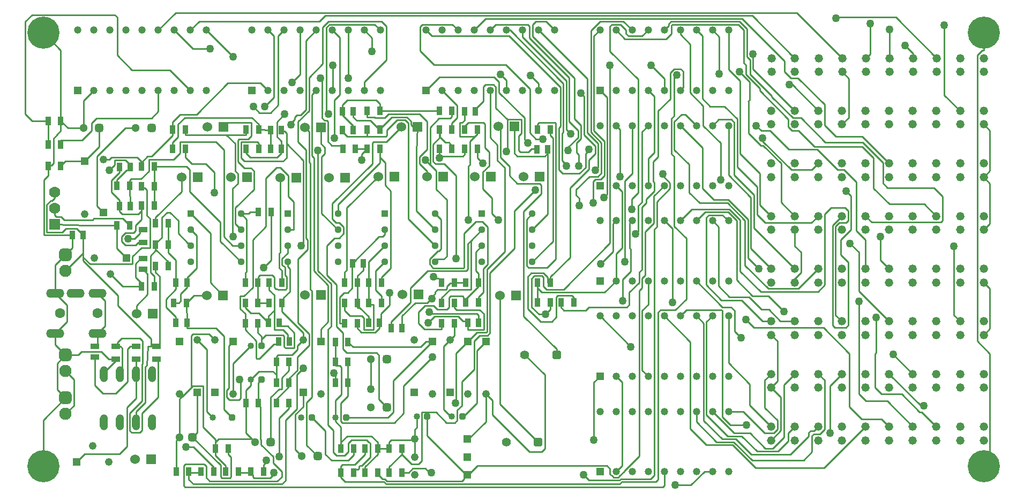
<source format=gbr>
%FSTAX23Y23*%
%MOIN*%
%SFA1B1*%

%IPPOS*%
%AMD23*
4,1,8,0.012800,0.025600,-0.012800,0.025600,-0.025600,0.012800,-0.025600,-0.012800,-0.012800,-0.025600,0.012800,-0.025600,0.025600,-0.012800,0.025600,0.012800,0.012800,0.025600,0.0*
1,1,0.025590,0.012800,0.012800*
1,1,0.025590,-0.012800,0.012800*
1,1,0.025590,-0.012800,-0.012800*
1,1,0.025590,0.012800,-0.012800*
%
%AMD25*
4,1,8,0.010000,0.020000,-0.010000,0.020000,-0.020000,0.010000,-0.020000,-0.010000,-0.010000,-0.020000,0.010000,-0.020000,0.020000,-0.010000,0.020000,0.010000,0.010000,0.020000,0.0*
1,1,0.020000,0.010000,0.010000*
1,1,0.020000,-0.010000,0.010000*
1,1,0.020000,-0.010000,-0.010000*
1,1,0.020000,0.010000,-0.010000*
%
%AMD27*
4,1,8,0.013800,0.027600,-0.013800,0.027600,-0.027600,0.013800,-0.027600,-0.013800,-0.013800,-0.027600,0.013800,-0.027600,0.027600,-0.013800,0.027600,0.013800,0.013800,0.027600,0.0*
1,1,0.027560,0.013800,0.013800*
1,1,0.027560,-0.013800,0.013800*
1,1,0.027560,-0.013800,-0.013800*
1,1,0.027560,0.013800,-0.013800*
%
%AMD34*
4,1,8,0.038400,-0.019200,0.038400,0.019200,0.019200,0.038400,-0.019200,0.038400,-0.038400,0.019200,-0.038400,-0.019200,-0.019200,-0.038400,0.019200,-0.038400,0.038400,-0.019200,0.0*
1,1,0.038386,0.019200,-0.019200*
1,1,0.038386,0.019200,0.019200*
1,1,0.038386,-0.019200,0.019200*
1,1,0.038386,-0.019200,-0.019200*
%
%ADD10R,0.037402X0.057087*%
%ADD11R,0.032677X0.054724*%
%ADD12R,0.054724X0.032677*%
%ADD13R,0.057087X0.037402*%
%ADD14C,0.010000*%
%ADD15C,0.052000*%
%ADD16C,0.200000*%
%ADD17C,0.048740*%
%ADD18R,0.048740X0.048740*%
%ADD19R,0.048740X0.048740*%
%ADD20R,0.060236X0.060236*%
%ADD21C,0.060236*%
%ADD22C,0.051181*%
G04~CAMADD=23~8~0.0~0.0~511.8~511.8~128.0~0.0~15~0.0~0.0~0.0~0.0~0~0.0~0.0~0.0~0.0~0~0.0~0.0~0.0~0.0~511.8~511.8*
%ADD23D23*%
%ADD24C,0.040000*%
G04~CAMADD=25~8~0.0~0.0~400.0~400.0~100.0~0.0~15~0.0~0.0~0.0~0.0~0~0.0~0.0~0.0~0.0~0~0.0~0.0~0.0~0.0~400.0~400.0*
%ADD25D25*%
%ADD26C,0.055118*%
G04~CAMADD=27~8~0.0~0.0~551.2~551.2~137.8~0.0~15~0.0~0.0~0.0~0.0~0~0.0~0.0~0.0~0.0~0~0.0~0.0~0.0~0.0~551.2~551.2*
%ADD27D27*%
%ADD28R,0.044488X0.044488*%
%ADD29C,0.044488*%
%ADD30C,0.046457*%
%ADD31R,0.046457X0.046457*%
%ADD32R,0.070000X0.070000*%
%ADD33C,0.070000*%
G04~CAMADD=34~8~0.0~0.0~767.7~767.7~191.9~0.0~15~0.0~0.0~0.0~0.0~0~0.0~0.0~0.0~0.0~0~0.0~0.0~0.0~270.0~768.0~768.0*
%ADD34D34*%
%ADD35C,0.076772*%
%ADD36R,0.048110X0.048110*%
%ADD37C,0.048110*%
%ADD38O,0.050000X0.100000*%
%ADD39O,0.112000X0.056000*%
%ADD40C,0.062992*%
%ADD41C,0.050000*%
%LNmb_spectrumanalyzer_copper_signal_top-1*%
%LPD*%
G54D10*
X03225Y01294D03*
X03304D03*
X01485Y01042D03*
X01406D03*
X02079Y00261D03*
X02D03*
X023D03*
X02379D03*
X01221D03*
X013D03*
X023Y00113D03*
X02379D03*
X02229Y00111D03*
X0215D03*
X02D03*
X02079D03*
X02045Y00926D03*
X01966D03*
X02104Y01169D03*
X02025D03*
X02104Y01042D03*
X02025D03*
X02104Y01294D03*
X02025D03*
X02253D03*
X02174D03*
Y01169D03*
X02253D03*
X0144Y00119D03*
X01519D03*
X01488Y00545D03*
X01409D03*
X01599D03*
X01678D03*
X01599Y00673D03*
X01678D03*
Y00801D03*
X01599D03*
X01553Y01169D03*
X01632D03*
X01406Y01294D03*
X01485D03*
X0076Y01272D03*
X00839D03*
X01566Y01735D03*
X01487D03*
X02012Y02129D03*
X02091D03*
X01411D03*
X0149D03*
X01411Y02248D03*
X0149D03*
X00953D03*
X01032D03*
X00953Y02129D03*
X01032D03*
X02612D03*
X02691D03*
X03223Y02248D03*
X03302D03*
X02691D03*
X02612D03*
X02242Y02129D03*
X02163D03*
Y02248D03*
X02242D03*
X02163Y02364D03*
X02242D03*
X02612D03*
X02691D03*
X0285Y02129D03*
X02771D03*
X0285Y02248D03*
X02771D03*
X00686Y01651D03*
X00607D03*
X00839Y01774D03*
X0076D03*
X00839Y01896D03*
X0076D03*
X00847Y01664D03*
X00926D03*
X00961Y01169D03*
X0104D03*
X0345Y0117D03*
X03371D03*
X03304D03*
X03225D03*
X02229Y00261D03*
X0215D03*
X01285Y00119D03*
X01364D03*
X01406Y01169D03*
X01485D03*
X0076Y02019D03*
X00839D03*
X00687Y01897D03*
X00608D03*
X01131Y00119D03*
X0121D03*
X00976D03*
X01055D03*
X00927Y01531D03*
X00848D03*
Y01397D03*
X00927D03*
X00179Y02155D03*
X00258D03*
Y0202D03*
X00179D03*
X00258Y02303D03*
X00179D03*
X02856Y01294D03*
X02777D03*
X02706Y01042D03*
X02627D03*
X02777Y0117D03*
X02856D03*
X02627Y01168D03*
X02706D03*
X02627Y01294D03*
X02706D03*
X01632D03*
X01553D03*
X02045Y00801D03*
X01966D03*
Y00673D03*
X02045D03*
G54D11*
X02313Y01013D03*
X0238D03*
X02073Y01416D03*
X0214D03*
X02239Y01044D03*
X02172D03*
X01613Y00928D03*
X0168D03*
X01618Y01044D03*
X01551D03*
X01631Y02128D03*
X01564D03*
X0201Y02362D03*
X02077D03*
Y02246D03*
X0201D03*
X01631D03*
X01564D03*
X02836Y02362D03*
X02769D03*
X03221Y02124D03*
X03288D03*
X0033Y0159D03*
X00397D03*
X00975Y01296D03*
X01042D03*
X0279Y01044D03*
X02858D03*
X00622Y02016D03*
X00689D03*
X00624Y01771D03*
X00691D03*
X01042Y01044D03*
X00975D03*
G54D12*
X00769Y01444D03*
Y01377D03*
X0047Y00899D03*
Y00832D03*
G54D13*
X0077Y01545D03*
Y01624D03*
X00727Y00818D03*
Y00897D03*
X00599Y00818D03*
Y00897D03*
X00855D03*
Y00818D03*
G54D14*
X01031Y00022D02*
X04003D01*
X01085Y0004D02*
X01633D01*
X01656Y00062*
X01055Y00069D02*
X01085Y0004D01*
X01023Y00155D02*
X01034Y00166D01*
X01023Y0003D02*
Y00155D01*
X01034Y00166D02*
X01148D01*
X01152Y00161*
X01155D02*
X01162Y00153D01*
X01162Y0008D02*
Y00151D01*
X01162Y00151D02*
X01162Y00151D01*
X01162Y00151D02*
Y00153D01*
X01152Y00161D02*
X01155D01*
X01055Y00111D02*
X01131D01*
X01184Y00058D02*
X01605D01*
X01633Y00086*
X01162Y0008D02*
X01184Y00058D01*
X01582Y00101D02*
Y00112D01*
X0144Y00111D02*
X01453Y00099D01*
X0131Y00078D02*
X01318Y00085D01*
X01453Y00084D02*
Y00099D01*
X01252Y00085D02*
X01259Y00078D01*
X0131*
X01559Y00078D02*
X01582Y00101D01*
X01459Y00078D02*
X01559D01*
X01453Y00084D02*
X01459Y00078D01*
X01318Y00085D02*
Y00209D01*
X01252Y00085D02*
Y00157D01*
X04003Y00022D02*
X04012Y0003D01*
X01023D02*
X01031Y00022D01*
X04012Y0003D02*
Y00118D01*
X03727Y00082D02*
X03734Y0009D01*
X03689D02*
X03696Y00082D01*
X02768Y00077D02*
X02784Y00093D01*
X03509Y00098D02*
X03542Y00064D01*
X02288Y00059D02*
X02754D01*
X02275Y00072D02*
X02288Y00059D01*
X03735Y0004D02*
X03749Y00054D01*
X03696Y00082D02*
X03727D01*
X02282Y0004D02*
X03735D01*
X02754Y00059D02*
X02768Y00073D01*
X02268Y00054D02*
X02282Y0004D01*
X02768Y00073D02*
Y00077D01*
X03542Y00064D02*
X03734D01*
X03742Y00072*
X02424Y00113D02*
X02448Y00137D01*
X02527*
X02551Y00113*
X02379D02*
X02424D01*
X02784Y00093D02*
X02788D01*
X03667Y02975D02*
X04456D01*
X04457Y02975*
X04057Y02897D02*
X04064Y02903D01*
X0374D02*
X03775Y02868D01*
X04427Y02903D02*
X04427Y02903D01*
X03696Y02903D02*
X0374D01*
X03696Y02903D02*
X03696Y02903D01*
X03757Y02921D02*
X03812Y02867D01*
X04441Y02939D02*
X04442Y02939D01*
X04054Y02921D02*
X04434D01*
X00972Y02975D02*
X03666D01*
X03688Y02921D02*
X03689Y02921D01*
X04457Y02975D02*
X04837D01*
X03674Y02957D02*
X04449D01*
X04064Y02903D02*
X04427D01*
X04449Y02957D02*
X0445Y02957D01*
X00865Y02867D02*
X00972Y02975D01*
X03666D02*
X03667Y02975D01*
X04434Y02921D02*
X04435Y02921D01*
X03673Y02957D02*
X03674Y02957D01*
X03689Y02921D02*
X03757D01*
X04039Y02906D02*
X04054Y02921D01*
X03682Y02939D02*
X04441D01*
X04837Y02975D02*
X05119Y02693D01*
X03681Y02939D02*
X03682Y02939D01*
X01903Y02957D02*
X03673D01*
X0445D02*
X04561D01*
X04825Y02693*
X01868Y02921D02*
X01903Y02957D01*
X03277Y0292D02*
X03329Y02867D01*
X03213Y0292D02*
X03277D01*
X03612Y02921D02*
X03688D01*
X04435D02*
X04479D01*
X04526Y02874*
X04427Y02903D02*
X04472D01*
X03688D02*
X03696D01*
X03675Y0289D02*
X03688Y02903D01*
X04472D02*
X04508Y02867D01*
X04057Y02845D02*
Y02897D01*
X04497Y02939D02*
X0476Y02676D01*
X02901Y02939D02*
X03681D01*
X04442D02*
X04497D01*
X02829Y02867D02*
X02901Y02939D01*
X03193Y029D02*
X03213Y0292D01*
X03557Y02866D02*
X03612Y02921D01*
X04546Y02592D02*
Y02681D01*
X04679Y02453D02*
X04813Y0232D01*
X0452Y02593D02*
Y0265D01*
X04606Y0249D02*
X04784Y02312D01*
X04412Y02622D02*
X04484Y0255D01*
X04542Y02431D02*
Y02546D01*
X04481Y02607D02*
X04542Y02546D01*
X04412Y02622D02*
Y02867D01*
X04606Y0249D02*
Y02506D01*
X04546Y02592D02*
X04679Y02458D01*
X04484Y02099D02*
Y0255D01*
X04813Y0232D02*
X04863D01*
X0452Y02593D02*
X04606Y02506D01*
X04679Y02453D02*
Y02458D01*
X04508Y02663D02*
X0452Y0265D01*
X04535Y02424D02*
X04542Y02431D01*
X04535Y02424D02*
X04536Y02423D01*
Y02226D02*
Y02423D01*
Y02226D02*
X04612Y02149D01*
X04626*
X04625Y02176D02*
X04803Y01998D01*
X04625Y02176D02*
Y02194D01*
X04626Y02149D02*
X04739Y02037D01*
X04466Y02015D02*
X04589Y01893D01*
X04484Y02099D02*
X04607Y01976D01*
X04466Y02015D02*
Y02315D01*
X04448Y01965D02*
Y02291D01*
X04388Y02393D02*
X04466Y02315D01*
X04448Y01965D02*
X04571Y01843D01*
X04429Y02311D02*
X04448Y02291D01*
X04312Y02867D02*
X04353Y02826D01*
Y02594D02*
Y02826D01*
X04848Y02241D02*
X04947Y02143D01*
X04807Y02241D02*
X04848D01*
X04784Y02264D02*
Y02312D01*
Y02264D02*
X04807Y02241D01*
X04947Y02143D02*
X05244D01*
X01691Y02287D02*
X01713Y0231D01*
Y02324D02*
X01728Y02339D01*
X01691Y02277D02*
Y02287D01*
X01713Y0231D02*
Y02324D01*
X04002Y01963D02*
X04048Y01916D01*
X04002Y01963D02*
Y0197D01*
X01633Y00086D02*
Y00118D01*
X0158Y00171D02*
X01633Y00118D01*
X03232Y01097D02*
X03273D01*
X03304Y01128D02*
Y0117D01*
X03273Y01097D02*
X03304Y01128D01*
X03188Y01141D02*
X03232Y01097D01*
X03339Y01205D02*
X0335Y01216D01*
X03436*
X0345Y01201*
X0325Y01235D02*
X03641D01*
X0328Y01253D02*
X03386D01*
X03675Y01542*
X03225Y0126D02*
X0325Y01235D01*
X03641D02*
X03712Y01305D01*
X0326Y01273D02*
X0328Y01253D01*
X0345Y0117D02*
Y01201D01*
X03339Y01136D02*
Y01205D01*
X03312Y01053D02*
X03341Y01082D01*
Y01135*
X03339Y01136D02*
X03341Y01135D01*
X03242Y01053D02*
X03312D01*
X03162Y01133D02*
X03242Y01053D01*
X01519Y00111D02*
Y00159D01*
X01538Y00178*
Y00189*
X0158Y00171D02*
Y0021D01*
X05331Y00859D02*
Y01079D01*
X05323Y0085D02*
X05331Y00859D01*
X05323Y0064D02*
Y0085D01*
X03465Y01839D02*
X03482Y01822D01*
Y01776D02*
Y01822D01*
X03465Y01839D02*
Y01875D01*
X03467Y02105D02*
Y02164D01*
Y02105D02*
X0348Y02092D01*
X03583Y01994D02*
Y01996D01*
X0348Y02023D02*
Y02092D01*
X03524Y02013D02*
Y02098D01*
X0338Y01974D02*
X03485D01*
X03524Y02013*
X03545Y02119D02*
Y02124D01*
X03524Y02098D02*
X03545Y02119D01*
X03376Y02055D02*
Y02224D01*
X03404Y0202D02*
Y02027D01*
X03376Y02055D02*
X03404Y02027D01*
X02251Y01101D02*
X02304Y01154D01*
X02239Y01044D02*
X02251Y01055D01*
Y01101*
X02304Y01154D02*
Y0123D01*
X01326Y01585D02*
Y0188D01*
Y01585D02*
X01331Y0158D01*
X01273D02*
X01328Y01525D01*
X01273Y0158D02*
Y0212D01*
X01328Y01525D02*
X01379D01*
X02587Y01228D02*
Y01236D01*
X02601Y0125*
X02566Y01206D02*
X02587Y01228D01*
X02563Y01196D02*
X02566D01*
X02462Y01169D02*
X02536D01*
X02566Y01196D02*
Y01206D01*
X02536Y01169D02*
X02563Y01196D01*
X01961Y02194D02*
Y02433D01*
X01993Y02465*
X01899Y02304D02*
X01914D01*
X0192Y02174D02*
Y02298D01*
X01914Y02304D02*
X0192Y02298D01*
Y02174D02*
X01945Y02149D01*
X01371Y0069D02*
X01378Y00683D01*
Y00576D02*
Y00683D01*
X01749Y02339D02*
X01783Y02373D01*
X01728Y02339D02*
X01749D01*
X01602Y02296D02*
X0165Y02344D01*
X01602Y02206D02*
Y02296D01*
X01733Y02297D02*
X01802Y02366D01*
Y02572*
X01783Y02373D02*
Y02803D01*
X01733Y02171D02*
Y02297D01*
X02714Y00544D02*
X02717Y00547D01*
X02752Y00677D02*
X02829Y00754D01*
X02752Y00528D02*
Y00677D01*
X02717Y00547D02*
Y00854D01*
X02724Y005D02*
X02752Y00528D01*
X02724Y00437D02*
Y005D01*
X02717Y00854D02*
X02791Y00928D01*
X01733Y02171D02*
X01784Y0212D01*
X03762Y0012D02*
X03857Y00214D01*
Y01244*
X03675Y00103D02*
Y00136D01*
X03656Y00156D02*
X03675Y00136D01*
X02851Y00156D02*
X03656D01*
X03188Y01141D02*
Y01321D01*
X03204Y01337D02*
X0325D01*
X03188Y01321D02*
X03193Y01326D01*
Y01328D02*
X03201Y01336D01*
X03203*
X03193Y01326D02*
Y01328D01*
X03203Y01336D02*
X03204Y01337D01*
X0326Y01355D02*
X03287Y01328D01*
X03162Y01332D02*
X03185Y01355D01*
X03162Y01133D02*
Y01332D01*
X0258Y02651D02*
X03026D01*
X02493Y02738D02*
Y02889D01*
Y02738D02*
X0258Y02651D01*
X03185Y01355D02*
X0326D01*
X02584Y01323D02*
X02608D01*
X02627Y01294D02*
Y01304D01*
X02608Y01323D02*
X02627Y01304D01*
X02578Y0133D02*
X02584Y01323D01*
X02764Y01193D02*
X02777D01*
X02764Y01193D02*
Y01205D01*
X02673Y0114D02*
Y01201D01*
X02764Y01193D02*
X02764Y01193D01*
X02758Y01211D02*
X02764Y01205D01*
X02682Y01211D02*
X02758D01*
X02673Y01201D02*
X02682Y01211D01*
X01083Y00273D02*
X0121Y00146D01*
Y00111D02*
Y00146D01*
X03742Y00072D02*
X03927D01*
X02229Y00102D02*
X02259Y00072D01*
X02275*
X02229Y00102D02*
Y00111D01*
X03675Y00103D02*
X03689Y0009D01*
X03961Y00054D02*
X03975Y00068D01*
X02026Y00054D02*
X02268D01*
X03927Y00072D02*
X03949Y00094D01*
X03734Y0009D02*
X03762Y00117D01*
X03749Y00054D02*
X03961D01*
X02Y0008D02*
X02026Y00054D01*
X02551Y00113D02*
X02562D01*
X02379Y00226D02*
X0244Y00166D01*
X02485D02*
X02505Y00186D01*
X0244Y00166D02*
X02485D01*
X04178Y00034D02*
X04263Y00118D01*
X0408Y00034D02*
X04178D01*
X04263Y00118D02*
X04312D01*
X01952Y00239D02*
Y00376D01*
X01972Y00219D02*
X02025D01*
X01952Y00239D02*
X01972Y00219D01*
X01905Y00224D02*
Y00371D01*
X01942Y00187D02*
X02046D01*
X01905Y00224D02*
X01942Y00187D01*
X0182Y00456D02*
X01905Y00371D01*
X02118Y00154D02*
X0213D01*
X02079Y00122D02*
X0209Y00132D01*
X02107D02*
X02113Y00138D01*
Y00148D02*
X02118Y00154D01*
X0209Y00132D02*
X02107D01*
X02113Y00138D02*
Y00148D01*
X02174Y00302D02*
X02182Y00294D01*
Y00294D02*
Y00294D01*
X02174Y00302D02*
X02174D01*
X02183Y00207D02*
Y00294D01*
X02066Y00316D02*
X02161D01*
X02174Y00302*
X02182Y00294D02*
X02183Y00294D01*
X02046Y0024D02*
Y00296D01*
X02066Y00316*
X02039Y00339D02*
X0219D01*
X02229Y003*
X02D02*
X02039Y00339D01*
X02788Y00093D02*
X02851Y00156D01*
X03762Y00117D02*
Y0012D01*
X015Y00321D02*
Y00523D01*
X01505Y00284D02*
Y00315D01*
X01488Y00535D02*
X015Y00523D01*
Y00321D02*
X01505Y00315D01*
Y00284D02*
X0158Y0021D01*
X01488Y00535D02*
Y00673D01*
X01478Y00821D02*
X01494D01*
X01584Y00911*
X01473Y00826D02*
Y00933D01*
Y00826D02*
X01478Y00821D01*
X01641Y00969D02*
X01647Y00963D01*
X0164Y01001D02*
X01669Y00971D01*
Y00939D02*
Y00971D01*
X01647Y00896D02*
X01656Y00887D01*
X01535Y00969D02*
X01641D01*
X01647Y00896D02*
Y00963D01*
X01669Y00939D02*
X0168Y00928D01*
X01606Y01255D02*
X01608Y01253D01*
X01656D02*
X01664Y0126D01*
X01608Y01253D02*
X01656D01*
X01598Y01255D02*
X01606D01*
X01664Y0126D02*
Y01331D01*
X01587Y01266D02*
X01598Y01255D01*
X01643Y012D02*
X01682Y01238D01*
X01652Y01343D02*
X01664Y01331D01*
X0167Y01394D02*
X01682Y01382D01*
Y01238D02*
Y01382D01*
X01587Y01266D02*
Y01328D01*
X01572Y01343D02*
X01587Y01328D01*
X01498Y01343D02*
X01572D01*
X01485Y01169D02*
Y01294D01*
X01488Y01297*
Y01332*
X01498Y01343*
X01521Y01389D02*
X01566Y01434D01*
X02242Y02076D02*
Y02129D01*
Y02043D02*
Y02076D01*
X0076Y01886D02*
X0078D01*
X00872Y00897D02*
Y01064D01*
X00397Y01453D02*
Y01478D01*
Y01432D02*
Y01453D01*
Y01478D02*
Y0159D01*
X03225Y0126D02*
Y01294D01*
X01945Y02149D02*
X02012D01*
X06038Y0015D02*
Y00852D01*
X01966Y00777D02*
X01995D01*
X02Y003D02*
Y00396D01*
X00763Y02046D02*
X00798Y0208D01*
X0076Y02043D02*
X00763Y02046D01*
X00179Y02026D02*
X002D01*
X01599Y00673D02*
Y0072D01*
X01409Y00357D02*
X01446Y0032D01*
X01221Y003D02*
Y00318D01*
X01069Y00641D02*
X0108Y00652D01*
X01012Y00584D02*
X01069Y00641D01*
X00998Y0057D02*
X01012Y00584D01*
X00998Y00402D02*
Y0057D01*
Y00332D02*
Y00402D01*
X0076Y01742D02*
Y01774D01*
Y01689D02*
Y01742D01*
X01271Y0229D02*
X01444D01*
X00668Y01995D02*
X00689D01*
X01553Y01249D02*
X01586Y01217D01*
Y01121D02*
Y01217D01*
Y01001D02*
Y01121D01*
X01551Y01087D02*
X01586Y01121D01*
X01618Y01025D02*
X01669D01*
X01506Y0094D02*
Y00961D01*
Y00901D02*
Y0094D01*
X01584Y00911D02*
X01613D01*
X01662Y0216D02*
Y02225D01*
Y02073D02*
Y0216D01*
X01631Y02237D02*
X0165D01*
X02104Y01138D02*
X02118D01*
X01993Y01042D02*
X02025D01*
X0224Y02249D02*
X02317Y02326D01*
X02185Y02304D02*
X0224Y02249D01*
X0268Y01291D02*
X02706D01*
X0276Y01055D02*
X0279D01*
X02791Y01537D02*
X0281Y01556D01*
X03288Y01722D02*
Y021D01*
X03036Y02312D02*
X03038D01*
X02771Y02094D02*
Y02129D01*
Y02094D02*
Y02094D01*
X02628Y02083D02*
X02628Y02082D01*
X02612Y02098D02*
X02628Y02083D01*
X0276*
X02624D02*
X02628D01*
X02804Y02175D02*
X02834Y02206D01*
X00864Y00581D02*
Y00818D01*
X00609Y00897D02*
Y0092D01*
Y00897D02*
X0063D01*
X00626Y0074D02*
X00641D01*
X01046Y01542D02*
X01066D01*
X00848Y01495D02*
Y01502D01*
X01286Y02216D02*
X01411D01*
X01032D02*
X01286D01*
X02174Y01159D02*
X02202D01*
X02527Y02057D02*
X02556Y02027D01*
X02587Y01441D02*
X02641D01*
X02556Y02027D02*
Y02262D01*
X02617Y022D02*
X0265Y02167D01*
X02612Y02205D02*
X02617Y022D01*
X00749Y016D02*
Y01624D01*
X00258Y02181D02*
X0039D01*
X03287Y01294D02*
Y01328D01*
X008Y00897D02*
X00819D01*
X00795Y00782D02*
X008Y00897D01*
X00782Y00768D02*
X00795Y00782D01*
X00782Y00549D02*
Y00768D01*
X00726Y00493D02*
X00782Y00549D01*
X00726Y00424D02*
Y00493D01*
X00397Y01432D02*
X00615Y01214D01*
Y0115D02*
Y01214D01*
Y0115D02*
X00819Y00945D01*
Y00897D02*
Y00945D01*
Y00897D02*
X00855D01*
X00522Y0206D02*
X00559D01*
X00574Y02075*
X00735*
X00763Y02046*
X0076Y02019D02*
X00763Y02046D01*
X00399Y02259D02*
Y02427D01*
X00465Y02492*
X00258Y02303D02*
Y02741D01*
X0015Y0285D02*
X00258Y02741D01*
X00302Y02259D02*
X00399D01*
X00258Y02303D02*
X00302Y02259D01*
X00224Y00979D02*
X00297Y01052D01*
Y01155*
X00224Y01228D02*
X00297Y01155D01*
X00236Y00793D02*
X00287Y00845D01*
X00236Y00628D02*
Y00793D01*
Y00628D02*
X00287Y00577D01*
X00224Y00909D02*
Y00979D01*
Y00909D02*
X00287Y00845D01*
X00224Y01228D02*
Y01405D01*
X00287Y01468*
X0033Y01511D02*
Y0159D01*
X00287Y01468D02*
X0033Y01511D01*
X00644Y01272D02*
X0076D01*
X00567Y01349D02*
X00644Y01272D01*
X03712Y00712D02*
X03749Y00675D01*
Y00155D02*
Y00675D01*
X03712Y00118D02*
X03749Y00155D01*
X03712Y01305D02*
Y01474D01*
X03749Y01511*
Y01861*
X03712Y01898D02*
X03749Y01861D01*
X02253Y01169D02*
Y01213D01*
X02217Y01249D02*
X02253Y01213D01*
X02217Y01249D02*
Y01367D01*
X02274Y01425*
X02706Y00964D02*
Y01042D01*
X0268Y00938D02*
X02706Y00964D01*
X01967Y0043D02*
Y00456D01*
Y0043D02*
X02Y00396D01*
X02641Y00899D02*
X0268Y00938D01*
X02641Y00505D02*
Y00899D01*
Y00505D02*
X02691Y00456D01*
X0167Y01394D02*
Y01425D01*
X01632Y01169D02*
X01643Y012D01*
X0108Y00652D02*
X01142D01*
X01145Y00649*
Y00395D02*
Y00649D01*
Y00395D02*
X01221Y00318D01*
X0118Y00976D02*
X01218Y00938D01*
X0108Y00976D02*
X0118D01*
X01069Y00965D02*
X0108Y00976D01*
X01069Y00641D02*
Y00965D01*
X00976Y00111D02*
Y0031D01*
X00998Y00332*
X01409Y00357D02*
Y00545D01*
X00996Y00601D02*
X01012Y00584D01*
X00488Y00979D02*
X00533Y01024D01*
Y01183*
X00488Y01228D02*
X00533Y01183D01*
X00488Y00918D02*
Y00979D01*
X0047Y00899D02*
X00488Y00918D01*
X00975Y01296D02*
Y01434D01*
X00927Y01482D02*
X00975Y01434D01*
X00927Y01482D02*
Y01531D01*
X01087Y01216D02*
X01168D01*
X0104Y01169D02*
X01087Y01216D01*
X01042Y01011D02*
Y01044D01*
Y01011D02*
X01222D01*
X01273Y0096*
Y00505D02*
Y0096D01*
Y00505D02*
X01325Y00454D01*
X01107Y00361D02*
Y00611D01*
X01077Y00332D02*
X01107Y00361D01*
X01077Y00332D02*
X01252Y00157D01*
X013Y00226D02*
X01318Y00209D01*
X013Y00226D02*
Y00261D01*
X01222Y02171D02*
X01273Y0212D01*
X01Y02171D02*
X01222D01*
X01Y02101D02*
Y02171D01*
X0096Y02061D02*
X01Y02101D01*
X00806Y02061D02*
X0096D01*
X00806Y01989D02*
Y02061D01*
X00757Y0194D02*
X00806Y01989D01*
X00697Y0194D02*
X00757D01*
X00687Y0193D02*
X00697Y0194D01*
X00687Y01897D02*
Y0193D01*
X00288Y0205D02*
X00406D01*
X00258Y0202D02*
X00288Y0205D01*
X0167Y01625D02*
X01706D01*
Y01799*
X01673Y01832D02*
X01706Y01799D01*
X01673Y01832D02*
Y0196D01*
X01622Y02011D02*
X01673Y0196D01*
X016Y02011D02*
X01622D01*
X01534Y01945D02*
X016Y02011D01*
X01534Y01644D02*
Y01945D01*
X01452Y01562D02*
X01534Y01644D01*
X01452Y01265D02*
Y01562D01*
X01398Y01211D02*
X01452Y01265D01*
X01374Y01211D02*
X01398D01*
X01374Y01133D02*
Y01211D01*
Y01133D02*
X01406Y011D01*
Y01042D02*
Y011D01*
X01631Y02237D02*
Y02246D01*
X01662Y0216D02*
X01766Y02056D01*
Y01536D02*
Y02056D01*
X01755Y01525D02*
X01766Y01536D01*
X01631Y02128D02*
Y02176D01*
X01602Y02206D02*
X01631Y02176D01*
X01411Y021D02*
Y02129D01*
Y021D02*
X01437Y02074D01*
X01605*
X01631Y021*
Y02128*
X01304Y00903D02*
X01329Y00928D01*
X01304Y00639D02*
Y00903D01*
X01291Y00626D02*
X01304Y00639D01*
X01291Y0058D02*
Y00626D01*
Y0058D02*
X01307Y00564D01*
X01366*
X01378Y00576*
X01776Y0226D02*
X01802Y02234D01*
Y02046D02*
Y02234D01*
Y02046D02*
X01811Y02037D01*
Y01254D02*
Y02037D01*
Y01254D02*
X01821Y01243D01*
Y00583D02*
Y01243D01*
X01787Y00549D02*
X01821Y00583D01*
X01787Y00283D02*
Y00549D01*
Y00283D02*
X01856Y00214D01*
X01565Y003D02*
Y0058D01*
X01616Y00631*
X01632*
Y00702*
X01678Y00749*
Y00801*
X02471Y01741D02*
X02587Y01625D01*
X02471Y01741D02*
Y02106D01*
X02477Y02265*
X0245D02*
X02477D01*
X02438Y02277D02*
X0245Y02265D01*
X02438Y02277D02*
Y023D01*
X02411Y02326D02*
X02438Y023D01*
X02317Y02326D02*
X02411D01*
X0224Y02249D02*
X02242Y02248D01*
X02188Y0063D02*
Y00818D01*
X02929Y02198D02*
Y02492D01*
Y02198D02*
X02975Y02153D01*
Y02056D02*
Y02153D01*
Y02056D02*
X03019Y02012D01*
Y01488D02*
Y02012D01*
X02909Y01378D02*
X03019Y01488D01*
X02909Y00989D02*
Y01378D01*
X02903Y00984D02*
X02909Y00989D01*
X02846Y00984D02*
X02903D01*
X02791Y00928D02*
X02846Y00984D01*
X02313Y01013D02*
Y01052D01*
X02433Y01172*
Y01262*
X02539Y01368*
X0278*
X02791Y01379*
Y01537*
X02941Y01724D02*
X02981Y01684D01*
X02941Y01724D02*
Y01823D01*
X02885Y01879D02*
X02941Y01823D01*
X02885Y01879D02*
Y01984D01*
X02923Y02022*
Y02107*
X02896Y02134D02*
X02923Y02107D01*
X02896Y02134D02*
Y0228D01*
X02886Y0229D02*
X02896Y0228D01*
X02793Y0229D02*
X02886D01*
X02771Y02268D02*
X02793Y0229D01*
X02771Y02248D02*
Y02268D01*
X02902Y00428D02*
Y00601D01*
X02788Y00315D02*
X02902Y00428D01*
X03342Y00845D02*
Y0088D01*
X03138Y01084D02*
X03342Y0088D01*
X03138Y01084D02*
Y01739D01*
X03247Y01848*
Y019*
X03236Y01911D02*
X03247Y019D01*
X03098Y01911D02*
X03236D01*
X03049Y0196D02*
X03098Y01911D01*
X03049Y0196D02*
Y02018D01*
X02993Y02074D02*
X03049Y02018D01*
X02993Y02074D02*
Y02257D01*
X02981Y02269D02*
X02993Y02257D01*
X04012Y02492D02*
Y02566D01*
X0393Y02648D02*
X04012Y02566D01*
X03675Y01542D02*
Y02648D01*
X0326Y01273D02*
Y01327D01*
X0325Y01337D02*
X0326Y01327D01*
X00729Y011D02*
Y01152D01*
X00797Y0122*
Y01349*
X00769Y01377D02*
X00797Y01349D01*
X01032Y02216D02*
Y02248D01*
X01286Y02216D02*
X01342Y0216D01*
Y0199D02*
Y0216D01*
Y0199D02*
X01359Y01972D01*
Y01913D02*
Y01972D01*
X01326Y0188D02*
X01359Y01913D01*
X01566Y01434D02*
Y01735D01*
X01411Y02216D02*
Y02248D01*
X02174Y01294D02*
Y01424D01*
X02274Y01525*
X02691Y02328D02*
Y02364D01*
X0268Y02317D02*
X02691Y02328D01*
X02611Y02317D02*
X0268D01*
X02556Y02262D02*
X02611Y02317D01*
X02556Y02027D02*
X02593Y01991D01*
Y01876D02*
Y01991D01*
Y01876D02*
X02659Y0181D01*
Y01459D02*
Y0181D01*
X02641Y01441D02*
X02659Y01459D01*
X02587Y01425D02*
Y01441D01*
X02777Y0117D02*
Y01193D01*
X0266Y01127D02*
X02673Y0114D01*
X02601Y01127D02*
X0266D01*
X02578Y0115D02*
X02601Y01127D01*
X02522Y0115D02*
X02578D01*
X02485Y01112D02*
X02522Y0115D01*
X02485Y0104D02*
Y01112D01*
Y0104D02*
X02519Y01006D01*
X02627*
Y01042*
X02716Y01445D02*
Y0196D01*
X02642Y02034D02*
X02716Y0196D01*
X02589Y02034D02*
X02642D01*
X02574Y02048D02*
X02589Y02034D01*
X02574Y02048D02*
Y02156D01*
X02617Y022*
X02612Y02248D02*
X02617Y022D01*
X00419Y01651D02*
X00607D01*
X00219Y01657D02*
X00419Y01651D01*
X00607Y01508D02*
Y01651D01*
Y01508D02*
X00667Y01449D01*
X00847Y01664D02*
Y017D01*
X0101Y01862*
Y0195*
X00676Y01567D02*
X00716D01*
X00749Y016*
Y01624D02*
X0077D01*
X02163Y02326D02*
Y02364D01*
Y02326D02*
X02211D01*
X02215Y02322*
X02275*
X02298Y02344*
X0249*
X02536Y02298*
Y02126D02*
Y02298D01*
X02489Y02079D02*
X02536Y02126D01*
X02489Y02034D02*
Y02079D01*
Y02034D02*
X02536Y01987D01*
Y01956D02*
Y01987D01*
X03575Y00315D02*
Y00675D01*
X03612Y00712*
X05323Y0064D02*
X05363Y006D01*
X05489*
X05599Y00489*
X05614*
X05705Y00398*
X05225Y006D02*
Y01177D01*
Y006D02*
X05268Y00557D01*
X054*
X05558Y00398*
X04521Y01065D02*
X04571Y01015D01*
X05003*
X05165Y00853*
Y0052D02*
Y00853D01*
Y0052D02*
X0524Y00445D01*
X05365*
X05411Y00398*
X04425Y00407D02*
X04525D01*
X04375Y00457D02*
X04425Y00407D01*
X04375Y00457D02*
Y01118D01*
X04369Y01124D02*
X04375Y01118D01*
X04149Y01124D02*
X04369D01*
X04112Y01087D02*
X04149Y01124D01*
X0508Y0294D02*
X05087Y02947D01*
X05453*
X05707Y02693*
X05413D02*
Y0287D01*
X05266Y02693D02*
X05293Y02719D01*
Y02909*
X01119Y02921D02*
X01868D01*
X01065Y02867D02*
X01119Y02921D01*
X01165Y02867D02*
X01329Y02703D01*
X05755Y02462D02*
Y02898D01*
Y02462D02*
X05852Y02365D01*
X01526Y02391D02*
X01583Y02448D01*
Y02831*
X01547Y02867D02*
X01583Y02831D01*
X01456Y02392D02*
X01495Y02353D01*
X01564*
X01611Y024*
Y02831*
X01647Y02867*
X01747Y02591D02*
Y02867D01*
X01696Y0254D02*
X01747Y02591D01*
X01783Y02803D02*
X01847Y02867D01*
X01993Y02465D02*
Y02821D01*
X01947Y02867D02*
X01993Y02821D01*
X01911Y02356D02*
X01923Y02344D01*
X01911Y02356D02*
Y02884D01*
X0193Y02903*
X02211*
X02247Y02867*
X03616Y01411D02*
X03693Y01488D01*
Y01661*
X03712Y0168*
X05168Y01538D02*
X05222Y01484D01*
Y01243D02*
Y01484D01*
Y01243D02*
X05411Y01054D01*
X04062Y01172D02*
Y0163D01*
X04012Y0168D02*
X04062Y0163D01*
X04212Y0168D02*
X04266Y01734D01*
X04409*
X04462Y01681*
Y0131D02*
Y01681D01*
Y0131D02*
X04559Y01213D01*
X04659*
X04758Y01114*
X04312Y0168D02*
X04349Y01643D01*
Y01274D02*
Y01643D01*
Y01274D02*
X04418Y01204D01*
X04539*
X04616Y01127*
X04663*
X04735Y01054*
X04823*
X04625D02*
X04677D01*
X04493Y01186D02*
X04625Y01054D01*
X04368Y01186D02*
X04493D01*
X04275Y0128D02*
X04368Y01186D01*
X04275Y0128D02*
Y01702D01*
X04289Y01716*
X04375*
X04412Y0168*
X02529Y02492D02*
X02612Y02575D01*
X02955*
X02983Y02546*
Y02478D02*
Y02546D01*
Y02478D02*
X03142Y0232D01*
Y02185D02*
Y0232D01*
Y02185D02*
X03162Y02165D01*
X03357Y01997D02*
X0338Y01974D01*
X03357Y01997D02*
Y02259D01*
X03366Y02269*
Y02511*
X03047Y02831D02*
X03366Y02511D01*
X02566Y02831D02*
X03047D01*
X02529Y02867D02*
X02566Y02831D01*
X0476Y02609D02*
Y02676D01*
Y02609D02*
X048Y02569D01*
X04845*
X0501Y02404*
Y02275D02*
Y02404D01*
Y02275D02*
X0508Y02205D01*
X05243*
X05411Y02037*
X02929Y02867D02*
X02965Y02903D01*
X03162*
X03175Y0289*
Y02817D02*
Y0289D01*
Y02817D02*
X0342Y02572D01*
Y02297D02*
Y02572D01*
Y02297D02*
X03477Y02241D01*
Y02199D02*
Y02241D01*
X03415Y02137D02*
X03477Y02199D01*
X03415Y02117D02*
Y02137D01*
X03376Y02224D02*
X03384Y02233D01*
Y02536*
X03053Y02867D02*
X03384Y02536D01*
X03029Y02867D02*
X03053D01*
X04931Y01998D02*
X0497Y02037D01*
X04803Y01998D02*
X04931D01*
X03402Y02247D02*
X0343Y0222D01*
X03402Y02247D02*
Y02553D01*
X03129Y02826D02*
X03402Y02553D01*
X03129Y02826D02*
Y02867D01*
X04142Y02343D02*
X04212Y02273D01*
X0412Y02343D02*
X04142D01*
X04075Y02298D02*
X0412Y02343D01*
X04075Y02122D02*
Y02298D01*
Y02122D02*
X04166Y0203D01*
Y01856D02*
Y0203D01*
Y01856D02*
X04233Y0179D01*
X04406*
X04514Y01682*
Y01403D02*
Y01682D01*
Y01403D02*
X0466Y01257D01*
X04846*
X0497Y01381*
X03569Y01793D02*
Y01925D01*
X03582Y01938*
X03617*
X03639Y0196*
Y02176*
X03575Y0224D02*
X03639Y02176D01*
X03575Y0224D02*
Y0283D01*
X03612Y02867*
X0381Y01751D02*
Y01816D01*
X03849Y01855*
Y0256*
X03675Y02734D02*
X03849Y0256D01*
X03675Y02734D02*
Y0289D01*
X03775Y02846D02*
Y02868D01*
Y02846D02*
X0379Y02831D01*
X03875*
X03912Y02867*
X04012D02*
X04039Y02894D01*
Y02906*
X04526Y02701D02*
Y02874D01*
Y02701D02*
X04546Y02681D01*
X04863Y0232D02*
X05014Y02169D01*
X05246*
X05372Y02043*
Y01914D02*
Y02043D01*
Y01914D02*
X054Y01886D01*
X05689*
X05745Y0183*
Y0168D02*
Y0183D01*
X05735Y0167D02*
X05745Y0168D01*
X05304Y0167D02*
X05735D01*
X05264Y01709D02*
X05304Y0167D01*
X04607Y01779D02*
X04677Y01709D01*
X04607Y01779D02*
Y01976D01*
X01038Y00273D02*
X01083D01*
X01726Y0072D02*
X01767Y00761D01*
X01726Y00509D02*
Y0072D01*
X01656Y00438D02*
X01726Y00509D01*
X01656Y00062D02*
Y00438D01*
X01055Y00069D02*
Y00111D01*
X00865Y0236D02*
Y02492D01*
X00824Y02319D02*
X00865Y0236D01*
X0048Y02319D02*
X00824D01*
X00449Y02288D02*
X0048Y02319D01*
X00449Y0224D02*
Y02288D01*
X0039Y02181D02*
X00449Y0224D01*
X00258Y02155D02*
Y02181D01*
X02147Y02492D02*
Y02546D01*
X02284Y02683*
Y0289*
X02252Y02921D02*
X02284Y0289D01*
X01922Y02921D02*
X02252D01*
X01887Y02886D02*
X01922Y02921D01*
X01887Y02657D02*
Y02886D01*
X01802Y02572D02*
X01887Y02657D01*
X01784Y01572D02*
Y0212D01*
Y01572D02*
X01793Y01563D01*
Y015D02*
Y01563D01*
X01734Y01441D02*
X01793Y015D01*
X01734Y01045D02*
Y01441D01*
Y01045D02*
X01803Y00976D01*
Y00904D02*
Y00976D01*
X01729Y0083D02*
X01803Y00904D01*
X01729Y00748D02*
Y0083D01*
X01678Y00698D02*
X01729Y00748D01*
X01678Y00673D02*
Y00698D01*
Y00512D02*
Y00545D01*
X01618Y00452D02*
X01678Y00512D01*
X01618Y00213D02*
Y00452D01*
X01949Y02494D02*
Y02647D01*
X01947Y02492D02*
X01949Y02494D01*
X02391Y00653D02*
X02569Y00831D01*
X02391Y0048D02*
Y00653D01*
X02334Y00423D02*
X02391Y0048D01*
X0201Y00423D02*
X02334D01*
X02Y00433D02*
X0201Y00423D01*
X02Y00433D02*
Y00544D01*
X02045Y00589*
Y00673*
X01966D02*
Y00722D01*
X01957Y00732D02*
X01966Y00722D01*
X04449Y00992D02*
X0449Y00951D01*
X04449Y00992D02*
Y0112D01*
X04426Y01143D02*
X04449Y0112D01*
X04374Y01143D02*
X04426D01*
X04212Y01305D02*
X04374Y01143D01*
X02079Y00111D02*
Y00122D01*
X0213Y00154D02*
X02183Y00207D01*
X02025Y00219D02*
X02046Y0024D01*
X01919Y00409D02*
X01952Y00376D01*
X01919Y00409D02*
Y01003D01*
X0194Y01024*
Y01287*
X01858Y01369D02*
X0194Y01287D01*
X01858Y01369D02*
Y02117D01*
X02994Y02592D02*
X03029Y02556D01*
Y02492D02*
Y02556D01*
X03079Y01741D02*
X03209Y01871D01*
X03079Y01508D02*
Y01741D01*
X02927Y01356D02*
X03079Y01508D01*
X02927Y0098D02*
Y01356D01*
X02913Y00966D02*
X02927Y0098D01*
X02865Y00966D02*
X02913D01*
X02829Y0093D02*
X02865Y00966D01*
X02829Y00754D02*
Y0093D01*
X0271Y00423D02*
X02724Y00437D01*
X02658Y00423D02*
X0271D01*
X02592Y00489D02*
X02658Y00423D01*
X02505Y00489D02*
X02592D01*
X02505Y00186D02*
Y00489D01*
X02379Y00226D02*
Y00261D01*
X023Y00147D02*
X02379Y00226D01*
X023Y00113D02*
Y00147D01*
X03304Y01294D02*
Y0133D01*
X03427Y01452*
Y01884*
X03543Y02*
Y02059*
X03583Y02099*
Y02145*
X03513Y02215D02*
X03583Y02145D01*
X03513Y02215D02*
Y02456D01*
X03493Y02476D02*
X03513Y02456D01*
X03287Y01294D02*
X03304D01*
X05999Y0228D02*
X06038Y02241D01*
Y01991D02*
Y02241D01*
X05999Y01952D02*
X06038Y01991D01*
X05117Y0228D02*
X05161Y02323D01*
Y02566*
X05119Y02608D02*
X05161Y02566D01*
X04677Y00641D02*
X04716Y0068D01*
Y0093*
X04677Y00969D02*
X04716Y0093D01*
X05999Y01624D02*
X06038Y01663D01*
Y01913*
X05999Y01952D02*
X06038Y01913D01*
X05999Y01296D02*
X06038Y01257D01*
Y01008D02*
Y01257D01*
X05999Y00969D02*
X06038Y01008D01*
X02012Y02129D02*
Y02149D01*
X01884Y02319D02*
X01899Y02304D01*
X01884Y02319D02*
Y02556D01*
X01873Y02567D02*
X01884Y02556D01*
X0008Y02303D02*
X00179D01*
X00037Y02346D02*
X0008Y02303D01*
X00037Y02346D02*
Y0292D01*
X0008Y02963*
X00595*
X00609Y02949*
Y0271D02*
Y02949D01*
Y0271D02*
X007Y02619D01*
X00938*
X01065Y02492*
X00406Y0205D02*
X00498Y02142D01*
Y02259*
X03612Y01087D02*
X03805Y00894D01*
X05436Y00848D02*
X05558Y00726D01*
X05411D02*
X0561Y00527D01*
X05627*
X01271Y02264D02*
Y0229D01*
X01444Y02208D02*
Y0229D01*
X01424Y02188D02*
X01444Y02208D01*
X01366Y02188D02*
X01424D01*
X0136Y02182D02*
X01366Y02188D01*
X0136Y02048D02*
Y02182D01*
Y02048D02*
X014Y02008D01*
X0144*
X01459Y0199*
Y01875D02*
Y0199D01*
X01344Y0176D02*
X01459Y01875D01*
X01344Y0166D02*
Y0176D01*
Y0166D02*
X01379Y01625D01*
X01622Y01482D02*
Y01949D01*
X01617Y01478D02*
X01622Y01482D01*
X01617Y01386D02*
Y01478D01*
Y01386D02*
X01632Y01371D01*
Y01294D02*
Y01371D01*
X01652Y01343D02*
Y0139D01*
X01635Y01406D02*
X01652Y0139D01*
X01635Y01406D02*
Y01444D01*
X0167Y01479*
Y01525*
X00357Y00178D02*
X00407Y00228D01*
X00624*
X0067Y00274*
Y00518*
X00726Y00574*
Y00724*
X00599Y00897D02*
X00609D01*
Y0092D02*
X00637Y00948D01*
X0075*
X00768Y0093*
Y0079D02*
Y0093D01*
X00764Y00786D02*
X00768Y0079D01*
X00764Y00557D02*
Y00786D01*
X00688Y00481D02*
X00764Y00557D01*
X00688Y00373D02*
Y00481D01*
Y00373D02*
X007Y00361D01*
X0075*
X00764Y00375*
Y00481*
X00864Y00581*
X00855Y00818D02*
X00864D01*
X02236Y00568D02*
X02287Y00517D01*
X02236Y00568D02*
Y00842D01*
X02222Y00857D02*
X02236Y00842D01*
X02036Y00857D02*
X02222D01*
X02013Y0088D02*
X02036Y00857D01*
X02013Y0088D02*
Y00982D01*
X01975Y0102D02*
X02013Y00982D01*
X01975Y0102D02*
Y0128D01*
X01913Y01342D02*
X01975Y0128D01*
X01913Y01342D02*
Y01524D01*
X0196Y01571*
X01989*
X02018Y016*
Y0164*
X01991Y01667D02*
X02018Y0164D01*
X01971Y01667D02*
X01991D01*
X01948Y0169D02*
X01971Y01667D01*
X01948Y0169D02*
Y01788D01*
X02196Y02036*
Y02164*
X02203Y02171*
X02282*
X02377Y02265*
X0165Y02237D02*
X01662Y02225D01*
X0164Y02051D02*
X01662Y02073D01*
X014Y02051D02*
X0164D01*
X01379Y02072D02*
X014Y02051D01*
X01379Y02072D02*
Y0217D01*
X0148*
X0149Y0216*
Y02129D02*
Y0216D01*
X0056Y01995D02*
X00592Y02027D01*
Y02057*
X0066*
X00689Y02028*
Y02016D02*
Y02028D01*
X00624Y01737D02*
Y01771D01*
Y01737D02*
X0064Y01722D01*
X0074*
X0076Y01742*
X00953Y02212D02*
Y02248D01*
X00822Y0208D02*
X00953Y02212D01*
X00798Y0208D02*
X00822D01*
X0076Y02019D02*
Y02043D01*
X0047Y00656D02*
Y00832D01*
Y00656D02*
X0052Y00606D01*
X006*
X00673Y00679*
Y0088*
X0069Y00897*
X00727*
X00953Y02248D02*
Y02295D01*
X01Y02342*
X01102*
X01298Y02538*
X01501*
X01547Y02492*
X01966Y00777D02*
Y00801D01*
X01995Y00777D02*
X02003Y00769D01*
Y00597D02*
Y00769D01*
X01967Y00561D02*
X02003Y00597D01*
X01967Y00456D02*
Y00561D01*
X02033Y00456D02*
X02294D01*
X02326Y00488*
Y00685*
X02569Y00928*
X04112Y02492D02*
X04129Y02509D01*
Y0261*
X04114Y02625D02*
X04129Y0261D01*
X04074Y02625D02*
X04114D01*
X04049Y026D02*
X04074Y02625D01*
X04049Y02438D02*
Y026D01*
X03975Y02364D02*
X04049Y02438D01*
X03975Y02079D02*
Y02364D01*
X03944Y02048D02*
X03975Y02079D01*
X03944Y01925D02*
Y02048D01*
Y01925D02*
X0395Y01919D01*
Y01865D02*
Y01919D01*
X03901Y01816D02*
X0395Y01865D01*
X03901Y01791D02*
Y01816D01*
X03875Y01765D02*
X03901Y01791D01*
X03875Y01377D02*
Y01765D01*
X03857Y01359D02*
X03875Y01377D01*
X03857Y01296D02*
Y01359D01*
X03795Y01234D02*
X03857Y01296D01*
X03795Y01158D02*
Y01234D01*
X0378Y01143D02*
X03795Y01158D01*
X03542Y01143D02*
X0378D01*
X03522Y01123D02*
X03542Y01143D01*
X03388Y01123D02*
X03522D01*
X03371Y0114D02*
X03388Y01123D01*
X03371Y0114D02*
Y0117D01*
X03755Y01181D02*
Y01315D01*
X03805Y01365*
Y01503*
X03796Y01512D02*
X03805Y01503D01*
X03796Y01512D02*
Y01664D01*
X03812Y0168*
X03229Y02492D02*
Y02534D01*
X03179Y02585D02*
X03229Y02534D01*
X04075Y02571D02*
X04091Y02587D01*
X04075Y02334D02*
Y02571D01*
X04057Y02316D02*
X04075Y02334D01*
X04057Y02097D02*
Y02316D01*
Y02097D02*
X04075Y02079D01*
Y01644D02*
Y02079D01*
Y01644D02*
X04149Y0157D01*
Y01193D02*
Y0157D01*
X0408Y01124D02*
X04149Y01193D01*
X03989Y01124D02*
X0408D01*
X03975Y0111D02*
X03989Y01124D01*
X03975Y00068D02*
Y0111D01*
X02Y0008D02*
Y00111D01*
X04112Y0284D02*
Y02867D01*
Y0284D02*
X04173Y02779D01*
Y02478D02*
Y02779D01*
Y02478D02*
X04255Y02396D01*
Y02273D02*
Y02396D01*
Y02273D02*
X04362Y02166D01*
Y01936D02*
Y02166D01*
X05144Y01866D02*
X05175Y01835D01*
Y01625D02*
Y01835D01*
X0511Y0156D02*
X05175Y01625D01*
X0511Y01468D02*
Y0156D01*
Y01468D02*
X05157Y01421D01*
Y0103D02*
Y01421D01*
X05142Y01015D02*
X05157Y0103D01*
X05073Y01015D02*
X05142D01*
X0506Y01028D02*
X05073Y01015D01*
X0506Y01028D02*
Y01652D01*
X05117Y01709*
X05117*
X04112Y02273D02*
X04249Y02136D01*
Y0188D02*
Y02136D01*
Y0188D02*
X04319Y0181D01*
X04411*
X04532Y01689*
Y01448D02*
Y01689D01*
Y01448D02*
X046Y0138D01*
X04585Y02272D02*
X04616Y0224D01*
X04671*
X04786Y02125*
X04962*
X05089Y01998*
X05131*
X05207Y01921*
Y01617D02*
Y01921D01*
Y01617D02*
X05264Y0156D01*
Y01381D02*
Y0156D01*
X02693Y02903D02*
X02729Y02867D01*
X02507Y02903D02*
X02693D01*
X02493Y02889D02*
X02507Y02903D01*
X03026Y02651D02*
X03177Y025D01*
Y02227D02*
Y025D01*
Y02227D02*
X03215Y02189D01*
X03256*
X04112Y0168D02*
X04184Y01752D01*
X04418*
X04485Y01685*
Y01366D02*
Y01685D01*
Y01366D02*
X04612Y01239D01*
X04969*
X0501Y0128*
Y0172*
X0505Y0176*
X05137*
X05157Y0174*
Y0168D02*
Y0174D01*
X05144Y01667D02*
X05157Y0168D01*
X051Y01667D02*
X05144D01*
X05078Y01645D02*
X051Y01667D01*
X05078Y01093D02*
Y01645D01*
Y01093D02*
X05117Y01054D01*
X05813Y01093D02*
Y01521D01*
Y01093D02*
X05852Y01054D01*
X04564Y02625D02*
X04823Y02365D01*
X04564Y02625D02*
Y02719D01*
X02195Y02735D02*
Y02819D01*
X02147Y02867D02*
X02195Y02819D01*
X00965Y02867D02*
X0108Y02752D01*
X01188*
X04543Y00532D02*
X04677Y00398D01*
X04543Y00532D02*
Y00663D01*
X04412Y00794D02*
X04543Y00663D01*
X04412Y00794D02*
Y01087D01*
X04784Y00358D02*
X04823Y00398D01*
X04784Y00308D02*
Y00358D01*
X0472Y00244D02*
X04784Y00308D01*
X04589Y00244D02*
X0472D01*
X04494Y00339D02*
X04589Y00244D01*
X04406Y00339D02*
X04494D01*
X04275Y0047D02*
X04406Y00339D01*
X04275Y0047D02*
Y0105D01*
X04312Y01087*
X02902Y00601D02*
X02942Y00561D01*
Y00472D02*
Y00561D01*
Y00472D02*
X03174Y0024D01*
X03249*
X03269Y0026*
Y00721*
X03145Y00845D02*
X03269Y00721D01*
X02792Y01684D02*
Y02018D01*
X02804Y0203*
Y02175*
X0285Y02222D02*
Y02248D01*
X03191Y01625D02*
X03288Y01722D01*
X0238Y01013D02*
Y01087D01*
X02462Y01169*
X02601Y0125D02*
X02652D01*
X02659Y01257*
Y0127*
X0268Y01291*
X02706D02*
Y01294D01*
X02551Y01112D02*
X0256Y01103D01*
X02847*
X02858Y01092*
Y01044D02*
Y01092D01*
X01878Y00929D02*
Y01006D01*
X01921Y0105*
Y01279*
X01833Y01367D02*
X01921Y01279D01*
X01833Y01367D02*
Y02072D01*
X0182Y02085D02*
X01833Y02072D01*
X0182Y02085D02*
Y02465D01*
X01847Y02492*
X01876Y0216D02*
Y0226D01*
Y0216D02*
X01901Y02135D01*
Y02098D02*
Y02135D01*
X01881Y02079D02*
X01901Y02098D01*
X01881Y01726D02*
Y02079D01*
Y01726D02*
X01983Y01625D01*
X01213Y01855D02*
Y01983D01*
X0116Y02036D02*
X01213Y01983D01*
X01072Y02036D02*
X0116D01*
X01032Y02076D02*
X01072Y02036D01*
X01032Y02076D02*
Y02129D01*
X03637Y01824D02*
X03657Y01844D01*
Y02447*
X03612Y02492D02*
X03657Y02447D01*
X04756Y00658D02*
X04823Y00726D01*
X04756Y00332D02*
Y00658D01*
X04686Y00262D02*
X04756Y00332D01*
X04641Y00262D02*
X04686D01*
X04547Y00357D02*
X04641Y00262D01*
X04448Y00357D02*
X04547D01*
X04312Y00493D02*
X04448Y00357D01*
X05044Y00359D02*
Y00652D01*
X05117Y00726*
X02856Y0117D02*
Y01204D01*
X02888Y01235*
Y01383*
X02913Y01408*
Y0164*
X02879Y01675D02*
X02913Y0164D01*
X0284Y01675D02*
X02879D01*
X02768Y01603D02*
X0284Y01675D01*
X02768Y0139D02*
Y01603D01*
X02764Y01386D02*
X02768Y0139D01*
X02575Y01386D02*
X02764D01*
X02552Y0141D02*
X02575Y01386D01*
X02552Y0141D02*
Y0144D01*
X02602Y0149*
X0261*
X02623Y01504*
Y01688*
X02587Y01725D02*
X02623Y01688D01*
X03188Y02128D02*
X03221D01*
X03167Y02107D02*
X03188Y02128D01*
X03117Y02107D02*
X03167D01*
X03107Y02117D02*
X03117Y02107D01*
X03107Y02117D02*
Y02208D01*
X03124Y02226*
Y02312*
X03038D02*
X03124D01*
X03038Y02119D02*
Y02312D01*
X03031Y02112D02*
X03038Y02119D01*
X02613Y02072D02*
X02624Y02083D01*
X0276D02*
X02771Y02094D01*
X02965Y02383D02*
X03036Y02312D01*
X02965Y02383D02*
Y02513D01*
X0295Y02529D02*
X02965Y02513D01*
X029Y02529D02*
X0295D01*
X02886Y02515D02*
X029Y02529D01*
X02886Y02425D02*
Y02515D01*
X02836Y02376D02*
X02886Y02425D01*
X02836Y02362D02*
Y02376D01*
X02991Y00537D02*
Y01216D01*
Y00537D02*
X03228Y003D01*
X01329Y0079D02*
X0144Y00901D01*
X01329Y00601D02*
Y0079D01*
X0144Y00654D02*
Y00691D01*
X01409Y00624D02*
X0144Y00654D01*
X01409Y00545D02*
Y00624D01*
X02131Y02057D02*
Y02096D01*
X02163Y02129*
X02629Y02492D02*
X02724Y02398D01*
Y02322D02*
Y02398D01*
X02691Y02289D02*
X02724Y02322D01*
X02691Y02248D02*
Y02289D01*
X04048Y01881D02*
Y01916D01*
X03966Y01799D02*
X04048Y01881D01*
X03966Y01644D02*
Y01799D01*
X03949Y01626D02*
X03966Y01644D01*
X03949Y00094D02*
Y01626D01*
X05358Y01435D02*
X05411Y01381D01*
X05358Y01435D02*
Y01582D01*
X03834Y01597D02*
X03849Y01612D01*
Y01772*
X03875Y01798*
Y02236*
X03912Y02273*
X03767Y01426D02*
Y01929D01*
X03812Y01974*
Y02273*
X0285Y02072D02*
Y02129D01*
Y02072D02*
X02885Y02038D01*
X04412Y01964D02*
Y02273D01*
Y01964D02*
X0455Y01826D01*
Y01508D02*
Y01826D01*
Y01508D02*
X04677Y01381D01*
X03467Y02164D02*
X03495Y02192D01*
Y02276*
X03455Y02316D02*
X03495Y02276D01*
X03455Y02316D02*
Y02567D01*
X03193Y02828D02*
X03455Y02567D01*
X03193Y02828D02*
Y029D01*
X03583Y01996D02*
X03601Y02014D01*
Y0216*
X03533Y02227D02*
X03601Y0216D01*
X03533Y02227D02*
Y02564D01*
X03229Y02867D02*
X03533Y02564D01*
X02834Y02206D02*
X0285Y02222D01*
X02739Y02206D02*
X02834D01*
X02739D02*
Y0229D01*
X02755*
X02769Y02304*
Y02362*
X02529Y00928D02*
X02569D01*
X02497Y00896D02*
X02529Y00928D01*
X02076Y00896D02*
X02497D01*
X02045Y00926D02*
X02076Y00896D01*
X01485Y00981D02*
Y01042D01*
Y00981D02*
X01506Y00961D01*
X0279Y01044D02*
Y01055D01*
X0273Y01084D02*
X0276Y01055D01*
X02583Y01084D02*
X0273D01*
X02543Y01044D02*
X02583Y01084D01*
X0279Y01003D02*
Y01044D01*
Y01003D02*
X02889D01*
Y011*
X02864Y01125D02*
X02889Y011D01*
X0272Y01125D02*
X02864D01*
X02706Y01138D02*
X0272Y01125D01*
X02706Y01138D02*
Y01168D01*
X02163Y02206D02*
X0228D01*
X02287Y02213*
Y02245*
X0235Y02308*
X024*
X0242Y02288*
Y01692D02*
Y02288D01*
Y01692D02*
X02587Y01525D01*
X02079Y0022D02*
Y00261D01*
X02046Y00187D02*
X02079Y0022D01*
X02Y00261D02*
Y003D01*
X02229Y00261D02*
Y003D01*
X0215Y00111D02*
Y00147D01*
X02229Y00225*
Y00261*
X02Y00111D02*
Y0015D01*
X02011Y00161*
X02086*
X0215Y00224*
Y00261*
X03712Y02867D02*
X03766Y02813D01*
X04025*
X04057Y02845*
X04508Y02663D02*
Y02867D01*
X05244Y02143D02*
X05314Y02073D01*
Y01883D02*
Y02073D01*
Y01883D02*
X05412Y01785D01*
X05629*
X05705Y01709*
X02047Y02567D02*
Y02867D01*
X04789Y02527D02*
X04809D01*
X0497Y02365*
X04739Y01794D02*
Y02037D01*
Y01794D02*
X04823Y01709D01*
X03857Y01244D02*
X03875Y01263D01*
Y01322*
X03894Y01341*
Y0161*
X03948Y01664*
Y01835*
X04012Y01898*
X04677Y00313D02*
X04738Y00374D01*
Y0058*
X04677Y00641D02*
X04738Y0058D01*
X04638Y00687D02*
X04677Y00726D01*
X04638Y00516D02*
Y00687D01*
Y00516D02*
X04716Y00438D01*
Y0038D02*
Y00438D01*
X04695Y00359D02*
X04716Y0038D01*
X04638Y00359D02*
X04695D01*
X04503Y00493D02*
X04638Y00359D01*
X04412Y00493D02*
X04503D01*
X05006Y00141D02*
X05264Y00398D01*
X04581Y00141D02*
X05006D01*
X04437Y00285D02*
X04581Y00141D01*
X04275Y00285D02*
X04437D01*
X04175Y00385D02*
X04275Y00285D01*
X04175Y00385D02*
Y00924D01*
X04012Y01087D02*
X04175Y00924D01*
X04945Y00373D02*
X0497Y00398D01*
X04924Y00373D02*
X04945D01*
X0491Y0036D02*
X04924Y00373D01*
X0491Y00338D02*
Y0036D01*
X04798Y00226D02*
X0491Y00338D01*
X04552Y00226D02*
X04798D01*
X04457Y00321D02*
X04552Y00226D01*
X04372Y00321D02*
X04457D01*
X04257Y00435D02*
X04372Y00321D01*
X04257Y00435D02*
Y01041D01*
X04212Y01087D02*
X04257Y01041D01*
X0497Y00726D02*
X0501Y00687D01*
Y00382D02*
Y00687D01*
X0498Y00353D02*
X0501Y00382D01*
X04944Y00353D02*
X0498D01*
X04931Y0034D02*
X04944Y00353D01*
X04931Y0024D02*
Y0034D01*
X0488Y00189D02*
X04931Y0024D01*
X04559Y00189D02*
X0488D01*
X04445Y00303D02*
X04559Y00189D01*
X04337Y00303D02*
X04445D01*
X04212Y00428D02*
X04337Y00303D01*
X04212Y00428D02*
Y00493D01*
X02627Y01168D02*
Y012D01*
X0268Y01253*
X0281*
Y01556*
X02878Y01625*
X02025Y01042D02*
Y01042D01*
X01993Y01042D02*
Y01205D01*
X0202Y01232*
X02042*
X0207Y0126*
Y01401*
X02073Y01405*
Y01416*
X00839Y01272D02*
Y01335D01*
X00816Y01358D02*
X00839Y01335D01*
X00816Y01358D02*
Y01462D01*
X00848Y01495*
X02612Y02205D02*
Y02248D01*
X0265Y02167D02*
X02672D01*
X02691Y02149*
Y02129D02*
Y02149D01*
X03081Y021D02*
Y02269D01*
Y021D02*
X03098Y02083D01*
X03271*
X03288Y021*
Y02128*
X02036Y0176D02*
X02232Y01956D01*
X02036Y01371D02*
Y0176D01*
X02025Y0136D02*
X02036Y01371D01*
X02025Y01294D02*
Y0136D01*
X02242Y02076D02*
X02276Y02043D01*
Y019D02*
Y02043D01*
Y019D02*
X0231Y01866D01*
Y01384D02*
Y01866D01*
X02253Y01328D02*
X0231Y01384D01*
X02253Y01294D02*
Y01328D01*
X02104Y01138D02*
Y01169D01*
X02118Y01138D02*
X02172Y01084D01*
Y01044D02*
Y01084D01*
X02104Y0101D02*
Y01042D01*
Y0101D02*
X02128Y00985D01*
X02215*
X02239Y0101*
Y01044*
X02174Y01159D02*
Y01169D01*
X02202Y01003D02*
Y01159D01*
X02142Y01003D02*
X02202D01*
X02142D02*
Y01074D01*
X0213Y01087D02*
X02142Y01074D01*
X02058Y01087D02*
X0213D01*
X02025Y0112D02*
X02058Y01087D01*
X02025Y0112D02*
Y01169D01*
X01766Y00938D02*
Y0098D01*
X01632Y01114D02*
X01766Y0098D01*
X01632Y01114D02*
Y01169D01*
X0173Y00902D02*
X01766Y00938D01*
X0173Y00877D02*
Y00902D01*
X01698Y00845D02*
X0173Y00877D01*
X0161Y00845D02*
X01698D01*
X01599Y00835D02*
X0161Y00845D01*
X01599Y00801D02*
Y00835D01*
X01586Y01001D02*
X0164D01*
X01506Y0094D02*
X01535Y00969D01*
X01656Y00887D02*
X01711D01*
Y00983*
X01669Y01025D02*
X01711Y00983D01*
X01618Y01025D02*
Y01044D01*
X00961Y01169D02*
X00994D01*
X01005Y0118*
Y01226*
X01042Y01264*
Y01296*
X0556Y02693D02*
Y02722D01*
X05511Y02772D02*
X0556Y02722D01*
X03465Y01875D02*
X03546Y01956D01*
X036*
X03621Y01977*
Y02166*
X03557Y0223D02*
X03621Y02166D01*
X03557Y0223D02*
Y02866D01*
X03737Y01955D02*
Y02248D01*
X03712Y02273D02*
X03737Y02248D01*
X03302Y02211D02*
Y02248D01*
Y02211D02*
X03319Y02194D01*
Y01552D02*
Y02194D01*
X03191Y01425D02*
X03319Y01552D01*
X03156Y01689D02*
X03191Y01725D01*
X03156Y014D02*
Y01689D01*
Y014D02*
X03168Y01388D01*
X03285*
X03337Y0144*
Y02287*
X03334Y0229D02*
X03337Y02287D01*
X03233Y0229D02*
X03334D01*
X03223Y0228D02*
X03233Y0229D01*
X03223Y02248D02*
Y0228D01*
X02612Y02098D02*
Y02129D01*
X02628Y02082D02*
X0276D01*
X02771Y02094*
X01488Y00673D02*
X01506Y00691D01*
X03912Y01159D02*
Y01305D01*
X03875Y01123D02*
X03912Y01159D01*
X03875Y00748D02*
Y01123D01*
Y00748D02*
X03912Y00712D01*
Y01898D02*
Y02067D01*
X03949Y02104*
Y02455*
X03912Y02492D02*
X03949Y02455D01*
X02757Y00456D02*
X02847Y00546D01*
Y00873*
X02902Y00928*
X04571Y01634D02*
X04823Y01381D01*
X04571Y01634D02*
Y01843D01*
X04349Y02311D02*
X04429D01*
X04312Y02273D02*
X04349Y02311D01*
X04928Y01667D02*
X0497Y01709D01*
X0464Y01667D02*
X04928D01*
X04589Y01718D02*
X0464Y01667D01*
X04589Y01718D02*
Y01893D01*
X04296Y02393D02*
X04388D01*
X04249Y0244D02*
X04296Y02393D01*
X04249Y0244D02*
Y0283D01*
X04212Y02867D02*
X04249Y0283D01*
X00741Y01545D02*
X0077D01*
X00725Y01529D02*
X00741Y01545D01*
X0066Y01529D02*
X00725D01*
X00638Y01551D02*
X0066Y01529D01*
X00638Y01551D02*
Y01583D01*
X0066Y01605*
X0071*
X00724Y01619*
Y01653*
X0076Y01689*
X00839Y02019D02*
X0104D01*
X01061Y01998*
Y01862D02*
Y01998D01*
Y01862D02*
X01251Y01672D01*
Y01553D02*
Y01672D01*
Y01553D02*
X01379Y01425D01*
X06Y0015D02*
X06038D01*
X0596Y0093D02*
X06038Y00852D01*
X0596Y0093D02*
Y02712D01*
X0599Y02742*
X06*
Y0285*
X0149Y02248D02*
Y0228D01*
X01448Y02322D02*
X0149Y0228D01*
X01029Y02322D02*
X01448D01*
X00987Y0228D02*
X01029Y02322D01*
X00987Y02201D02*
Y0228D01*
X00953Y02168D02*
X00987Y02201D01*
X00953Y02129D02*
Y02168D01*
X01406Y01139D02*
Y01169D01*
Y01139D02*
X0144Y01106D01*
X01489*
X01551Y01044*
X00753Y01444D02*
X00769D01*
X00722Y01413D02*
X00753Y01444D01*
X00722Y01329D02*
Y01413D01*
Y01329D02*
X0076Y01291D01*
Y01272D02*
Y01291D01*
Y01886D02*
Y01896D01*
X0078Y01886D02*
X00795Y01871D01*
Y01713D02*
Y01871D01*
Y01713D02*
X00813Y01695D01*
Y01513D02*
Y01695D01*
X0076Y01513D02*
X00813D01*
X00704Y01457D02*
X0076Y01513D01*
X00704Y01411D02*
Y01457D01*
X0044Y01411D02*
X00704D01*
X00397Y01453D02*
X0044Y01411D01*
X01613Y00911D02*
Y00928D01*
X01406Y01D02*
X01473Y00933D01*
X01406Y01D02*
Y01042D01*
X00484Y01771D02*
X00522Y01733D01*
X00484Y01771D02*
Y02082D01*
X00661Y02259*
X00724*
X01717Y00254D02*
X01757Y00214D01*
X01717Y00254D02*
Y00474D01*
X01766Y00523*
Y00611*
X02274Y01595D02*
Y01625D01*
X0226Y01581D02*
X02274Y01595D01*
X02238Y01581D02*
X0226D01*
X02073Y01416D02*
X02238Y01581D01*
X02077Y02326D02*
Y02362D01*
Y02326D02*
X021Y02304D01*
X02185*
X02538Y00343D02*
Y00456D01*
Y00343D02*
X02788Y00093D01*
X00689Y01995D02*
Y02016D01*
X00608Y01935D02*
X00668Y01995D01*
X00608Y01897D02*
Y01935D01*
X00179Y01961D02*
Y0202D01*
X00153Y01935D02*
X00179Y01961D01*
X00153Y01591D02*
Y01935D01*
Y01591D02*
X0018D01*
X00181Y0159*
X0033*
X00219Y0182D02*
Y01857D01*
X00204Y01805D02*
X00219Y0182D01*
X00196Y01805D02*
X00204D01*
X00171Y0178D02*
X00196Y01805D01*
X00171Y01609D02*
Y0178D01*
Y01609D02*
X00267D01*
X00289Y01631*
X00356*
X00397Y0159*
X01983Y01725D02*
Y01783D01*
X02242Y02043*
X02856Y01294D02*
Y01351D01*
X02839Y01368D02*
X02856Y01351D01*
X02839Y01368D02*
Y01485D01*
X02878Y01525*
X02856Y01271D02*
Y01294D01*
X02777Y01193D02*
X02856Y01271D01*
X00287Y01368D02*
X00397Y01478D01*
X01167Y00491D02*
X01205Y00454D01*
X01167Y00491D02*
Y00877D01*
X01107Y00938D02*
X01167Y00877D01*
X01066Y01725D02*
X01189Y01602D01*
Y01295D02*
Y01602D01*
Y01295D02*
X01268Y01216D01*
X02315Y00315D02*
X02461D01*
X023Y003D02*
X02315Y00315D01*
X023Y00261D02*
Y003D01*
X0015Y00439D02*
X00287Y00577D01*
X0015Y0015D02*
Y00439D01*
X01221Y00218D02*
Y00261D01*
Y00218D02*
X01285Y00154D01*
Y00111D02*
Y00154D01*
X00179Y0202D02*
Y02026D01*
X002D02*
X00212Y02038D01*
Y02193*
X00258Y0224*
Y02303*
X00219Y01716D02*
Y01757D01*
Y01716D02*
X0023Y01705D01*
X00261*
X0028Y01686*
X00456*
X00464Y01694*
X00643*
X00686Y01651*
X01446Y0032D02*
X01466Y003D01*
X01241Y0032D02*
X01446D01*
X01221Y003D02*
X01241Y0032D01*
X01221Y00261D02*
Y003D01*
X00626Y00724D02*
Y0074D01*
X00641D02*
Y00886D01*
X0063Y00897D02*
X00641Y00886D01*
X01578Y00741D02*
X01599Y0072D01*
X0149Y00741D02*
X01578D01*
X0144Y00691D02*
X0149Y00741D01*
X01066Y01525D02*
Y01542D01*
X00989Y016D02*
X01046Y01542D01*
X00989Y016D02*
Y0168D01*
X00937Y01732D02*
X00989Y0168D01*
X00919Y01732D02*
X00937D01*
X00887Y017D02*
X00919Y01732D01*
X00887Y01575D02*
Y017D01*
X00848Y01537D02*
X00887Y01575D01*
X00848Y01531D02*
Y01537D01*
X01042Y01296D02*
Y01325D01*
X01102Y01384*
Y01589*
X01066Y01625D02*
X01102Y01589D01*
X00975Y01044D02*
Y0108D01*
X00912Y01143D02*
X00975Y0108D01*
X00912Y01143D02*
Y01193D01*
X00975Y01256*
Y01296*
X00848Y01502D02*
Y01531D01*
Y01502D02*
X00927Y01424D01*
Y01397D02*
Y01424D01*
X01406Y01294D02*
Y01355D01*
X01415Y01364*
Y01689*
X01379Y01725D02*
X01415Y01689D01*
X00926Y01598D02*
Y01664D01*
Y01598D02*
X00927Y01597D01*
Y01531D02*
Y01597D01*
X00687Y01835D02*
Y01897D01*
Y01835D02*
X00691Y01831D01*
Y01771D02*
Y01831D01*
X00848Y01359D02*
Y01397D01*
Y01359D02*
X00873Y01335D01*
Y01065D02*
Y01335D01*
X00872Y01064D02*
X00873Y01065D01*
X00855Y00897D02*
X00872D01*
X02163Y02206D02*
Y02248D01*
X02039Y02206D02*
X02163D01*
X0201Y02235D02*
X02039Y02206D01*
X0201Y02235D02*
Y02246D01*
X02242Y02364D02*
Y02407D01*
X0222Y0243D02*
X02242Y02407D01*
X0204Y0243D02*
X0222D01*
X0201Y024D02*
X0204Y0243D01*
X0201Y02362D02*
Y024D01*
X00287Y00745D02*
X0034Y00693D01*
Y00529D02*
Y00693D01*
X00287Y00477D02*
X0034Y00529D01*
X01438Y01735D02*
X01487D01*
X01428Y01725D02*
X01438Y01735D01*
X01379Y01725D02*
X01428D01*
X00599Y00807D02*
Y00818D01*
X00526Y00734D02*
X00599Y00807D01*
X00526Y00724D02*
Y00734D01*
X00557Y00818D02*
X00599D01*
X0051Y00866D02*
X00557Y00818D01*
X00388Y00866D02*
X0051D01*
X00368Y00845D02*
X00388Y00866D01*
X00287Y00845D02*
X00368D01*
X03225Y0117D02*
Y0126D01*
X02472Y0039D02*
Y00456D01*
X02461Y0038D02*
X02472Y0039D01*
X02461Y00315D02*
Y0038D01*
Y00204D02*
Y00315D01*
X02229Y00261D02*
X023D01*
X01966Y00801D02*
Y00926D01*
X01599Y0072D02*
Y00801D01*
X0104Y01107D02*
Y01169D01*
Y01107D02*
X01042Y01105D01*
Y01044D02*
Y01105D01*
X00622Y01981D02*
Y02016D01*
X00573Y01932D02*
X00622Y01981D01*
X00573Y01859D02*
Y01932D01*
Y01859D02*
X00624Y01808D01*
Y01771D02*
Y01808D01*
X01553Y01249D02*
Y01294D01*
X01551Y01044D02*
Y01087D01*
X01564Y02128D02*
Y02246D01*
X01527D02*
X01564D01*
X01526Y02248D02*
X01527Y02246D01*
X0149Y02248D02*
X01526D01*
X0214Y01373D02*
Y01416D01*
X02104Y01337D02*
X0214Y01373D01*
X02104Y01294D02*
Y01337D01*
Y01169D02*
Y01294D01*
X02242Y02364D02*
X02612D01*
X0201Y02337D02*
Y02362D01*
Y02337D02*
X02077Y0227D01*
Y02246D02*
Y0227D01*
X02706Y01294D02*
X02777D01*
X00727Y00771D02*
Y00818D01*
X00726Y0077D02*
X00727Y00771D01*
X00726Y00724D02*
Y0077D01*
X00839Y01896D02*
Y02019D01*
Y01774D02*
Y01896D01*
X01485Y01169D02*
X01553D01*
X02174D02*
Y01294D01*
X02091Y02129D02*
X02163D01*
X00179Y02155D02*
Y02303D01*
X01364Y00111D02*
X0144D01*
X01678Y00647D02*
Y00673D01*
X01599Y00569D02*
X01678Y00647D01*
X01599Y00545D02*
Y00569D01*
X02045Y00673D02*
Y00801D01*
X04823Y01523D02*
Y01624D01*
Y01523D02*
X04863Y01484D01*
Y01358D02*
Y01484D01*
X04823Y01319D02*
X04863Y01358D01*
X04823Y01296D02*
Y01319D01*
G54D15*
X05852Y01952D03*
Y02037D03*
X05999Y01952D03*
Y02037D03*
X05558Y0228D03*
Y02365D03*
X05411Y0228D03*
Y02365D03*
X05705Y0228D03*
Y02365D03*
X05264Y01952D03*
Y02037D03*
X05999Y0228D03*
Y02365D03*
X05852Y0228D03*
Y02365D03*
X05558Y01952D03*
Y02037D03*
X05411Y01952D03*
Y02037D03*
X05705Y01952D03*
Y02037D03*
X05264Y0228D03*
Y02365D03*
X05558Y01296D03*
Y01381D03*
X05705Y01296D03*
Y01381D03*
X05852Y01296D03*
Y01381D03*
X05999Y01296D03*
Y01381D03*
X05411Y01296D03*
Y01381D03*
X05852Y01624D03*
Y01709D03*
X05999Y01624D03*
Y01709D03*
X05264Y01624D03*
Y01709D03*
X05411Y01624D03*
Y01709D03*
X05705Y01624D03*
Y01709D03*
X05558Y01624D03*
Y01709D03*
X05411Y00313D03*
Y00398D03*
X04679Y02693D03*
Y02608D03*
X05413Y02693D03*
Y02608D03*
X05264Y01296D03*
Y01381D03*
X05266Y02693D03*
Y02608D03*
X04972Y02693D03*
Y02608D03*
X05119Y02693D03*
Y02608D03*
X05264Y00641D03*
Y00726D03*
X04823Y0228D03*
Y02365D03*
X0497Y0228D03*
Y02365D03*
X05117Y0228D03*
Y02365D03*
X04825Y02693D03*
Y02608D03*
X05854Y02693D03*
Y02608D03*
X05707Y02693D03*
Y02608D03*
X0556Y02693D03*
Y02608D03*
X06001Y02693D03*
Y02608D03*
X05264Y00313D03*
Y00398D03*
X05852Y00313D03*
Y00398D03*
X05705Y00313D03*
Y00398D03*
X05558Y00313D03*
Y00398D03*
X05264Y00969D03*
Y01054D03*
X05558Y00969D03*
Y01054D03*
X05705Y00969D03*
Y01054D03*
X05411Y00969D03*
Y01054D03*
X05999Y00398D03*
Y00313D03*
X05852Y00641D03*
Y00726D03*
X05999Y00641D03*
Y00726D03*
X05411Y00641D03*
Y00726D03*
X05705Y00641D03*
Y00726D03*
X05558Y00641D03*
Y00726D03*
X05852Y00969D03*
Y01054D03*
X04677Y0228D03*
Y02365D03*
X05999Y00969D03*
Y01054D03*
X04677Y00313D03*
Y00398D03*
X04823Y00641D03*
Y00726D03*
X04677Y00641D03*
Y00726D03*
X04823Y00313D03*
Y00398D03*
X04677Y00969D03*
Y01054D03*
X05117Y00969D03*
Y01054D03*
X04677Y01296D03*
Y01381D03*
X0497Y01296D03*
Y01381D03*
X05117Y01296D03*
Y01381D03*
X0497Y00969D03*
Y01054D03*
X04823Y01296D03*
Y01381D03*
Y00969D03*
Y01054D03*
X04677Y01624D03*
Y01709D03*
X04823Y01952D03*
Y02037D03*
Y01624D03*
Y01709D03*
X04677Y01952D03*
Y02037D03*
X0497Y00313D03*
Y00398D03*
Y00641D03*
Y00726D03*
X05117Y00641D03*
Y00726D03*
Y00313D03*
Y00398D03*
Y01624D03*
Y01709D03*
X0497Y01952D03*
Y02037D03*
Y01624D03*
Y01709D03*
X05117Y01952D03*
Y02037D03*
G54D16*
X0015Y0015D03*
Y0285D03*
X06Y0015D03*
Y0285D03*
G54D17*
X01107Y00938D03*
X02461Y00097D03*
Y00209D03*
Y0032D03*
X01878Y00602D03*
X01766Y00938D03*
X01329Y00601D03*
X01218Y00938D03*
X00996Y00601D03*
X00522Y0206D03*
X00406Y01723D03*
X02458Y00938D03*
X02569Y00601D03*
X02902D03*
X0268Y00938D03*
X02791Y00601D03*
G54D18*
X01107Y00611D03*
X01878Y00929D03*
X01766Y00611D03*
X01329Y00928D03*
X01218Y00611D03*
X00996Y00928D03*
X00522Y01733D03*
X00406Y0205D03*
X02458Y00611D03*
X02569Y00928D03*
X02902Y00928D03*
X0268Y00611D03*
X02791Y00928D03*
G54D19*
X02788Y00097D03*
Y00209D03*
X02788Y0032D03*
G54D20*
X03081Y02269D03*
X03236Y01955D03*
X02935D03*
X01876Y0226D03*
X01722Y01949D03*
X02332Y01956D03*
X02027Y01949D03*
X01416Y0195D03*
X0111D03*
X01271Y02264D03*
X02477Y02265D03*
X02636Y01956D03*
X03091Y01216D03*
X02485Y0122D03*
X01878Y01218D03*
X01268Y01216D03*
X00821Y00195D03*
X00829Y011D03*
G54D21*
X02981Y02269D03*
X03136Y01955D03*
X02835D03*
X01776Y0226D03*
X01622Y01949D03*
X02232Y01956D03*
X01927Y01949D03*
X01316Y0195D03*
X0101D03*
X01171Y02264D03*
X02377Y02265D03*
X02536Y01956D03*
X02991Y01216D03*
X02385Y0122D03*
X01778Y01218D03*
X01168Y01216D03*
X00721Y00195D03*
X00729Y011D03*
G54D22*
X00724Y02259D03*
X02188Y00517D03*
X02188Y00818D03*
X01466Y003D03*
X01757Y00214D03*
X00399Y02259D03*
X00998Y00332D03*
G54D23*
X00823Y02259D03*
X02287Y00517D03*
Y00818D03*
X01565Y003D03*
X01856Y00214D03*
X00498Y02259D03*
X01077Y00332D03*
G54D24*
X02691Y0046D03*
X02472D03*
X01754Y00456D03*
X01967D03*
X0144Y00691D03*
Y00901D03*
X01205Y00454D03*
G54D25*
X02757Y0046D03*
X02538D03*
X0182Y00456D03*
X02033D03*
X01506Y00691D03*
Y00901D03*
X01325Y00454D03*
G54D26*
X03145Y00845D03*
X03031Y003D03*
G54D27*
X03342Y00845D03*
X03228Y003D03*
G54D28*
X02878Y01725D03*
X02274D03*
X0167D03*
X01066D03*
G54D29*
X02878Y01625D03*
Y01525D03*
Y01425D03*
X03191D03*
Y01525D03*
Y01625D03*
Y01725D03*
X02587D03*
Y01625D03*
Y01525D03*
Y01425D03*
X02274D03*
Y01525D03*
Y01625D03*
X01983Y01725D03*
Y01625D03*
Y01525D03*
Y01425D03*
X0167D03*
Y01525D03*
Y01625D03*
X01379Y01725D03*
Y01625D03*
Y01525D03*
Y01425D03*
X01066D03*
Y01525D03*
Y01625D03*
G54D30*
X03612Y02273D03*
X03712D03*
X03812D03*
X03912D03*
X04012D03*
X04112D03*
X04212D03*
X04312D03*
X04412D03*
Y01898D03*
X04312D03*
X04212D03*
X04112D03*
X04012D03*
X03912D03*
X03812D03*
X03712D03*
X03612Y0168D03*
X03712D03*
X03812D03*
X03912D03*
X04012D03*
X04112D03*
X04212D03*
X04312D03*
X04412D03*
Y01305D03*
X04312D03*
X04212D03*
X04112D03*
X04012D03*
X03912D03*
X03812D03*
X03712D03*
X03612Y02867D03*
X03712D03*
X03812D03*
X03912D03*
X04012D03*
X04112D03*
X04212D03*
X04312D03*
X04412D03*
Y02492D03*
X04312D03*
X04212D03*
X04112D03*
X04012D03*
X03912D03*
X03812D03*
X03712D03*
X02529Y02867D03*
X02629D03*
X02729D03*
X02829D03*
X02929D03*
X03029D03*
X03129D03*
X03229D03*
X03329D03*
Y02492D03*
X03229D03*
X03129D03*
X03029D03*
X02929D03*
X02829D03*
X02729D03*
X02629D03*
X00365Y02867D03*
X00465D03*
X00565D03*
X00665D03*
X00765D03*
X00865D03*
X00965D03*
X01065D03*
X01165D03*
Y02492D03*
X01065D03*
X00965D03*
X00865D03*
X00765D03*
X00665D03*
X00565D03*
X00465D03*
X03712Y00712D03*
X03812D03*
X03912D03*
X04012D03*
X04112D03*
X04212D03*
X04312D03*
X04412D03*
Y01087D03*
X04312D03*
X04212D03*
X04112D03*
X04012D03*
X03912D03*
X03812D03*
X03712D03*
X03612D03*
X01447Y02867D03*
X01547D03*
X01647D03*
X01747D03*
X01847D03*
X01947D03*
X02047D03*
X02147D03*
X02247D03*
Y02492D03*
X02147D03*
X02047D03*
X01947D03*
X01847D03*
X01747D03*
X01647D03*
X01547D03*
X03612Y00493D03*
X03712D03*
X03812D03*
X03912D03*
X04012D03*
X04112D03*
X04212D03*
X04312D03*
X04412D03*
Y00118D03*
X04312D03*
X04212D03*
X04112D03*
X04012D03*
X03912D03*
X03812D03*
X03712D03*
G54D31*
X03612Y01898D03*
Y01305D03*
Y02492D03*
X02529D03*
X00365D03*
X03612Y00712D03*
X01447Y02492D03*
X03612Y00118D03*
G54D32*
X00219Y01657D03*
G54D33*
X00219Y01857D03*
Y01757D03*
G54D34*
X00287Y01468D03*
X00287Y00577D03*
Y00845D03*
G54D35*
X00287Y01368D03*
X00287Y00477D03*
Y00745D03*
G54D36*
X00357Y00178D03*
X00667Y01449D03*
G54D37*
X00457Y00278D03*
X00557Y00178D03*
X00467Y01449D03*
X00567Y01349D03*
G54D38*
X00526Y00424D03*
X00626D03*
X00526Y00724D03*
X00626D03*
X00826Y00424D03*
X00726D03*
Y00724D03*
X00826D03*
G54D39*
X00224Y01228D03*
Y00979D03*
X00488Y01228D03*
Y00979D03*
X0035Y01228D03*
G54D40*
X00252Y01104D03*
X00488D03*
G54D41*
X04481Y02607D03*
X04625Y02194D03*
X04353Y02594D03*
X01691Y02277D03*
X04002Y0197D03*
X01582Y00112D03*
X03273Y01097D03*
X01538Y00189D03*
X05331Y01079D03*
X03482Y01776D03*
X0348Y02023D03*
X03583Y01994D03*
X03404Y0202D03*
X02304Y0123D03*
X01331Y0158D03*
X02566Y01196D03*
X01961Y02194D03*
X01371Y0069D03*
X0165Y02344D03*
X02714Y00544D03*
X0408Y00034D03*
X03509Y00098D03*
X02562Y00113D03*
X0152Y01387D03*
X01755Y01525D03*
X02188Y0063D03*
X02981Y01684D03*
X0393Y02648D03*
X03675D03*
X02716Y01445D03*
X00676Y01567D03*
X02578Y0133D03*
X03575Y00315D03*
X05225Y01177D03*
X04521Y01065D03*
X04525Y00407D03*
X0508Y0294D03*
X05413Y0287D03*
X05293Y02909D03*
X01329Y02703D03*
X05755Y02898D03*
X01526Y02391D03*
X01456Y02392D03*
X01696Y0254D03*
X01923Y02344D03*
X03616Y01411D03*
X05168Y01538D03*
X04062Y01172D03*
X04758Y01114D03*
X03162Y02165D03*
X03545Y02124D03*
X03415Y02117D03*
X0343Y0222D03*
X03569Y01793D03*
X0381Y01751D03*
X01038Y00273D03*
X01767Y00761D03*
X01618Y00213D03*
X01949Y02647D03*
X02569Y00831D03*
X01957Y00732D03*
X0449Y00951D03*
X01858Y02117D03*
X02994Y02592D03*
X03209Y01871D03*
X03493Y02476D03*
X01873Y02567D03*
X03805Y00894D03*
X05436Y00848D03*
X05627Y00527D03*
X0056Y01995D03*
X03755Y01181D03*
X03179Y02585D03*
X04091Y02587D03*
X04362Y01936D03*
X05144Y01866D03*
X046Y0138D03*
X04585Y02272D03*
X03256Y02189D03*
X05813Y01521D03*
X04564Y02719D03*
X02195Y02735D03*
X01188Y02752D03*
X02792Y01684D03*
X02551Y01112D03*
X01213Y01855D03*
X03637Y01824D03*
X05044Y00359D03*
X03031Y02112D03*
X02613Y02072D03*
X02527Y02057D03*
X02131D03*
X05358Y01582D03*
X03834Y01597D03*
X03767Y01426D03*
X02885Y02038D03*
X02543Y01044D03*
X02047Y02567D03*
X04789Y02527D03*
X05511Y02772D03*
X03737Y01955D03*
M02*
</source>
